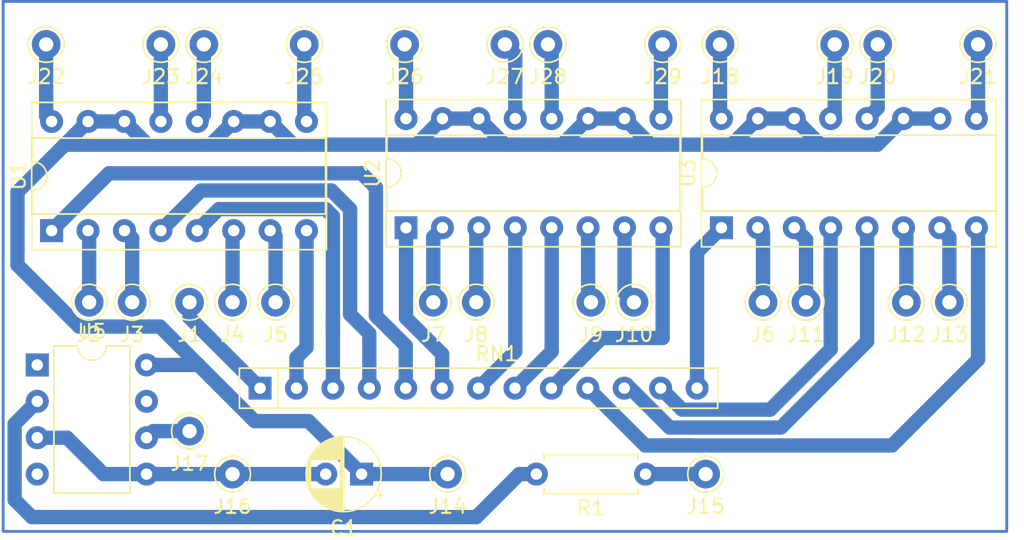
<source format=kicad_pcb>
(kicad_pcb (version 20240108) (generator "pcbnew") (generator_version "8.0")
  (layers (0 "F.Cu" signal) (31 "B.Cu" signal) (34 "B.Paste" user) (35 "F.Paste" user) (36 "B.SilkS" user "B.Silkscreen") (37 "F.SilkS" user "F.Silkscreen") (38 "B.Mask" user) (39 "F.Mask" user) (44 "Edge.Cuts" user))
  (net 0 "")
  (net 1 "Net-(J14-Pin_1)")
  (net 2 "Net-(J16-Pin_1)")
  (net 3 "Net-(J1-Pin_1)")
  (net 4 "Net-(J2-Pin_1)")
  (net 5 "Net-(J3-Pin_1)")
  (net 6 "Net-(J4-Pin_1)")
  (net 7 "Net-(J5-Pin_1)")
  (net 8 "Net-(J6-Pin_1)")
  (net 9 "Net-(J7-Pin_1)")
  (net 10 "Net-(J8-Pin_1)")
  (net 11 "Net-(J9-Pin_1)")
  (net 12 "Net-(J10-Pin_1)")
  (net 13 "Net-(J11-Pin_1)")
  (net 14 "Net-(J12-Pin_1)")
  (net 15 "Net-(J13-Pin_1)")
  (net 16 "Net-(J15-Pin_1)")
  (net 17 "Net-(J17-Pin_1)")
  (net 18 "Net-(J18-Pin_1)")
  (net 19 "Net-(J19-Pin_1)")
  (net 20 "Net-(J20-Pin_1)")
  (net 21 "Net-(J21-Pin_1)")
  (net 22 "Net-(J22-Pin_1)")
  (net 23 "Net-(J23-Pin_1)")
  (net 24 "Net-(J24-Pin_1)")
  (net 25 "Net-(J25-Pin_1)")
  (net 26 "Net-(J26-Pin_1)")
  (net 27 "Net-(J27-Pin_1)")
  (net 28 "Net-(J28-Pin_1)")
  (net 29 "Net-(J29-Pin_1)")
  (net 30 "Net-(U5-A)")
  (net 31 "Net-(RN1-R7)")
  (net 32 "Net-(RN1-R4)")
  (net 33 "Net-(RN1-R3)")
  (net 34 "Net-(RN1-R12)")
  (net 35 "Net-(RN1-R6)")
  (net 36 "Net-(RN1-R10)")
  (net 37 "Net-(RN1-R5)")
  (net 38 "Net-(RN1-R9)")
  (net 39 "Net-(RN1-R8)")
  (net 40 "Net-(RN1-R11)")
  (net 41 "Net-(RN1-R2)")
  (net 42 "Net-(RN1-R1)")
  (footprint "Connector_Pin:Pin_D1.0mm_L10.0mm" (layer "F.Cu") (at 167 65)
    (property "Reference" "J21" (at 0 2.25 0) (layer "F.SilkS"))
    (property "Value" "GPIO 14")
    (fp_circle (center 0 0) (end 1.25 0.05) (stroke (width 0.12)) (fill none) (layer "F.SilkS"))
    (pad "1" thru_hole circle (at 0 0) (size 2 2) (drill 1) (layers "*.Cu" "*.Mask") (net 21 "Net-(J21-Pin_1)"))
  )
  (footprint "Package_DIP:DIP-16_W7.62mm_Socket" (layer "F.Cu") (at 149.1 77.8 90)
    (property "Reference" "U3" (at 3.81 -2.33 90) (layer "F.SilkS"))
    (property "Value" "ILQ74")
    (fp_line (start 8.95 -1.39) (end -1.33 -1.39) (stroke (width 0.12)) (layer "F.SilkS"))
    (fp_line (start -1.33 -1.39) (end -1.33 19.17) (stroke (width 0.12)) (layer "F.SilkS"))
    (fp_line (start 6.46 -1.33) (end 4.81 -1.33) (stroke (width 0.12)) (layer "F.SilkS"))
    (fp_line (start 2.81 -1.33) (end 1.16 -1.33) (stroke (width 0.12)) (layer "F.SilkS"))
    (fp_line (start 1.16 -1.33) (end 1.16 19.11) (stroke (width 0.12)) (layer "F.SilkS"))
    (fp_line (start 6.46 19.11) (end 6.46 -1.33) (stroke (width 0.12)) (layer "F.SilkS"))
    (fp_line (start 1.16 19.11) (end 6.46 19.11) (stroke (width 0.12)) (layer "F.SilkS"))
    (fp_line (start 8.95 19.17) (end 8.95 -1.39) (stroke (width 0.12)) (layer "F.SilkS"))
    (fp_line (start -1.33 19.17) (end 8.95 19.17) (stroke (width 0.12)) (layer "F.SilkS"))
    (fp_arc (start 4.81 -1.33) (mid 3.81 -0.33) (end 2.81 -1.33) (stroke (width 0.12)) (layer "F.SilkS"))
    (pad "1" thru_hole rect (at 0 0 90) (size 1.6 1.6) (drill 0.8) (layers "*.Cu" "*.Mask") (net 34 "Net-(RN1-R12)"))
    (pad "2" thru_hole oval (at 0 2.54 90) (size 1.6 1.6) (drill 0.8) (layers "*.Cu" "*.Mask") (net 8 "Net-(J6-Pin_1)"))
    (pad "3" thru_hole oval (at 0 5.08 90) (size 1.6 1.6) (drill 0.8) (layers "*.Cu" "*.Mask") (net 13 "Net-(J11-Pin_1)"))
    (pad "4" thru_hole oval (at 0 7.62 90) (size 1.6 1.6) (drill 0.8) (layers "*.Cu" "*.Mask") (net 40 "Net-(RN1-R11)"))
    (pad "5" thru_hole oval (at 0 10.16 90) (size 1.6 1.6) (drill 0.8) (layers "*.Cu" "*.Mask") (net 36 "Net-(RN1-R10)"))
    (pad "6" thru_hole oval (at 0 12.7 90) (size 1.6 1.6) (drill 0.8) (layers "*.Cu" "*.Mask") (net 14 "Net-(J12-Pin_1)"))
    (pad "7" thru_hole oval (at 0 15.24 90) (size 1.6 1.6) (drill 0.8) (layers "*.Cu" "*.Mask") (net 15 "Net-(J13-Pin_1)"))
    (pad "8" thru_hole oval (at 0 17.78 90) (size 1.6 1.6) (drill 0.8) (layers "*.Cu" "*.Mask") (net 38 "Net-(RN1-R9)"))
    (pad "9" thru_hole oval (at 7.62 17.78 90) (size 1.6 1.6) (drill 0.8) (layers "*.Cu" "*.Mask") (net 21 "Net-(J21-Pin_1)"))
    (pad "10" thru_hole oval (at 7.62 15.24 90) (size 1.6 1.6) (drill 0.8) (layers "*.Cu" "*.Mask") (net 1 "Net-(J14-Pin_1)"))
    (pad "11" thru_hole oval (at 7.62 12.7 90) (size 1.6 1.6) (drill 0.8) (layers "*.Cu" "*.Mask") (net 1 "Net-(J14-Pin_1)"))
    (pad "12" thru_hole oval (at 7.62 10.16 90) (size 1.6 1.6) (drill 0.8) (layers "*.Cu" "*.Mask") (net 20 "Net-(J20-Pin_1)"))
    (pad "13" thru_hole oval (at 7.62 7.62 90) (size 1.6 1.6) (drill 0.8) (layers "*.Cu" "*.Mask") (net 19 "Net-(J19-Pin_1)"))
    (pad "14" thru_hole oval (at 7.62 5.08 90) (size 1.6 1.6) (drill 0.8) (layers "*.Cu" "*.Mask") (net 1 "Net-(J14-Pin_1)"))
    (pad "15" thru_hole oval (at 7.62 2.54 90) (size 1.6 1.6) (drill 0.8) (layers "*.Cu" "*.Mask") (net 1 "Net-(J14-Pin_1)"))
    (pad "16" thru_hole oval (at 7.62 0 90) (size 1.6 1.6) (drill 0.8) (layers "*.Cu" "*.Mask") (net 18 "Net-(J18-Pin_1)"))
  )
  (footprint "Connector_Pin:Pin_D1.0mm_L10.0mm" (layer "F.Cu") (at 127 65)
    (property "Reference" "J26" (at 0 2.25 0) (layer "F.SilkS"))
    (property "Value" "GPIO 26")
    (fp_circle (center 0 0) (end 1.25 0.05) (stroke (width 0.12)) (fill none) (layer "F.SilkS"))
    (pad "1" thru_hole circle (at 0 0) (size 2 2) (drill 1) (layers "*.Cu" "*.Mask") (net 26 "Net-(J26-Pin_1)"))
  )
  (footprint "Connector_Pin:Pin_D1.0mm_L10.0mm" (layer "F.Cu") (at 145 65)
    (property "Reference" "J29" (at 0 2.25 0) (layer "F.SilkS"))
    (property "Value" "GPIO 0")
    (fp_circle (center 0 0) (end 1.25 0.05) (stroke (width 0.12)) (fill none) (layer "F.SilkS"))
    (pad "1" thru_hole circle (at 0 0) (size 2 2) (drill 1) (layers "*.Cu" "*.Mask") (net 29 "Net-(J29-Pin_1)"))
  )
  (footprint "Connector_Pin:Pin_D1.0mm_L10.0mm" (layer "F.Cu") (at 112 92)
    (property "Reference" "J17" (at 0 2.25 0) (layer "F.SilkS"))
    (property "Value" "GPIO 19")
    (fp_circle (center 0 0) (end 1.25 0.05) (stroke (width 0.12)) (fill none) (layer "F.SilkS"))
    (pad "1" thru_hole circle (at 0 0) (size 2 2) (drill 1) (layers "*.Cu" "*.Mask") (net 17 "Net-(J17-Pin_1)"))
  )
  (footprint "Connector_Pin:Pin_D1.0mm_L10.0mm" (layer "F.Cu") (at 130 95)
    (property "Reference" "J14" (at 0 2.25 0) (layer "F.SilkS"))
    (property "Value" "+ 3,3 V")
    (fp_circle (center 0 0) (end 1.25 0.05) (stroke (width 0.12)) (fill none) (layer "F.SilkS"))
    (pad "1" thru_hole circle (at 0 0) (size 2 2) (drill 1) (layers "*.Cu" "*.Mask") (net 1 "Net-(J14-Pin_1)"))
  )
  (footprint "Connector_Pin:Pin_D1.0mm_L10.0mm" (layer "F.Cu") (at 162 83)
    (property "Reference" "J12" (at 0 2.25 0) (layer "F.SilkS"))
    (property "Value" "Memory")
    (fp_circle (center 0 0) (end 1.25 0.05) (stroke (width 0.12)) (fill none) (layer "F.SilkS"))
    (pad "1" thru_hole circle (at 0 0) (size 2 2) (drill 1) (layers "*.Cu" "*.Mask") (net 14 "Net-(J12-Pin_1)"))
  )
  (footprint "Connector_Pin:Pin_D1.0mm_L10.0mm" (layer "F.Cu") (at 110 65)
    (property "Reference" "J23" (at 0 2.25 0) (layer "F.SilkS"))
    (property "Value" "GPIO 35")
    (fp_circle (center 0 0) (end 1.25 0.05) (stroke (width 0.12)) (fill none) (layer "F.SilkS"))
    (pad "1" thru_hole circle (at 0 0) (size 2 2) (drill 1) (layers "*.Cu" "*.Mask") (net 23 "Net-(J23-Pin_1)"))
  )
  (footprint "Connector_Pin:Pin_D1.0mm_L10.0mm" (layer "F.Cu") (at 149 65)
    (property "Reference" "J18" (at 0 2.25 0) (layer "F.SilkS"))
    (property "Value" "GPIO 4")
    (fp_circle (center 0 0) (end 1.25 0.05) (stroke (width 0.12)) (fill none) (layer "F.SilkS"))
    (pad "1" thru_hole circle (at 0 0) (size 2 2) (drill 1) (layers "*.Cu" "*.Mask") (net 18 "Net-(J18-Pin_1)"))
  )
  (footprint "Connector_Pin:Pin_D1.0mm_L10.0mm" (layer "F.Cu") (at 108 83)
    (property "Reference" "J3" (at 0 2.25 0) (layer "F.SilkS"))
    (property "Value" "MotorCap")
    (fp_circle (center 0 0) (end 1.25 0.05) (stroke (width 0.12)) (fill none) (layer "F.SilkS"))
    (pad "1" thru_hole circle (at 0 0) (size 2 2) (drill 1) (layers "*.Cu" "*.Mask") (net 5 "Net-(J3-Pin_1)"))
  )
  (footprint "Connector_Pin:Pin_D1.0mm_L10.0mm" (layer "F.Cu") (at 160 65)
    (property "Reference" "J20" (at 0 2.25 0) (layer "F.SilkS"))
    (property "Value" "GPIO 16")
    (fp_circle (center 0 0) (end 1.25 0.05) (stroke (width 0.12)) (fill none) (layer "F.SilkS"))
    (pad "1" thru_hole circle (at 0 0) (size 2 2) (drill 1) (layers "*.Cu" "*.Mask") (net 20 "Net-(J20-Pin_1)"))
  )
  (footprint "Connector_Pin:Pin_D1.0mm_L10.0mm" (layer "F.Cu") (at 143 83)
    (property "Reference" "J10" (at 0 2.25 0) (layer "F.SilkS"))
    (property "Value" "CoolantLevel")
    (fp_circle (center 0 0) (end 1.25 0.05) (stroke (width 0.12)) (fill none) (layer "F.SilkS"))
    (pad "1" thru_hole circle (at 0 0) (size 2 2) (drill 1) (layers "*.Cu" "*.Mask") (net 12 "Net-(J10-Pin_1)"))
  )
  (footprint "Connector_Pin:Pin_D1.0mm_L10.0mm" (layer "F.Cu") (at 134 65)
    (property "Reference" "J27" (at 0 2.25 0) (layer "F.SilkS"))
    (property "Value" "GPIO 27")
    (fp_circle (center 0 0) (end 1.25 0.05) (stroke (width 0.12)) (fill none) (layer "F.SilkS"))
    (pad "1" thru_hole circle (at 0 0) (size 2 2) (drill 1) (layers "*.Cu" "*.Mask") (net 27 "Net-(J27-Pin_1)"))
  )
  (footprint "Connector_Pin:Pin_D1.0mm_L10.0mm" (layer "F.Cu") (at 112 83)
    (property "Reference" "J1" (at 0 2.25 0) (layer "F.SilkS"))
    (property "Value" "+12 V K15")
    (fp_circle (center 0 0) (end 1.25 0.05) (stroke (width 0.12)) (fill none) (layer "F.SilkS"))
    (pad "1" thru_hole circle (at 0 0) (size 2 2) (drill 1) (layers "*.Cu" "*.Mask") (net 3 "Net-(J1-Pin_1)"))
  )
  (footprint "Connector_Pin:Pin_D1.0mm_L10.0mm" (layer "F.Cu") (at 115 83)
    (property "Reference" "J4" (at 0 2.25 0) (layer "F.SilkS"))
    (property "Value" "WhiperWater")
    (fp_circle (center 0 0) (end 1.25 0.05) (stroke (width 0.12)) (fill none) (layer "F.SilkS"))
    (pad "1" thru_hole circle (at 0 0) (size 2 2) (drill 1) (layers "*.Cu" "*.Mask") (net 6 "Net-(J4-Pin_1)"))
  )
  (footprint "Connector_Pin:Pin_D1.0mm_L10.0mm" (layer "F.Cu") (at 137 65)
    (property "Reference" "J28" (at 0 2.25 0) (layer "F.SilkS"))
    (property "Value" "GPIO 17")
    (fp_circle (center 0 0) (end 1.25 0.05) (stroke (width 0.12)) (fill none) (layer "F.SilkS"))
    (pad "1" thru_hole circle (at 0 0) (size 2 2) (drill 1) (layers "*.Cu" "*.Mask") (net 28 "Net-(J28-Pin_1)"))
  )
  (footprint "Resistor_THT:R_Array_SIP13" (layer "F.Cu") (at 116.92 89)
    (property "Reference" "RN1" (at 16.51 -2.4 0) (layer "F.SilkS"))
    (property "Value" "4,7k")
    (fp_line (start -1.44 -1.4) (end -1.44 1.4) (stroke (width 0.12)) (layer "F.SilkS"))
    (fp_line (start -1.44 1.4) (end 31.92 1.4) (stroke (width 0.12)) (layer "F.SilkS"))
    (fp_line (start 1.27 -1.4) (end 1.27 1.4) (stroke (width 0.12)) (layer "F.SilkS"))
    (fp_line (start 31.92 -1.4) (end -1.44 -1.4) (stroke (width 0.12)) (layer "F.SilkS"))
    (fp_line (start 31.92 1.4) (end 31.92 -1.4) (stroke (width 0.12)) (layer "F.SilkS"))
    (pad "1" thru_hole rect (at 0 0) (size 1.6 1.6) (drill 0.8) (layers "*.Cu" "*.Mask") (net 3 "Net-(J1-Pin_1)"))
    (pad "2" thru_hole oval (at 2.54 0) (size 1.6 1.6) (drill 0.8) (layers "*.Cu" "*.Mask") (net 42 "Net-(RN1-R1)"))
    (pad "3" thru_hole oval (at 5.08 0) (size 1.6 1.6) (drill 0.8) (layers "*.Cu" "*.Mask") (net 41 "Net-(RN1-R2)"))
    (pad "4" thru_hole oval (at 7.62 0) (size 1.6 1.6) (drill 0.8) (layers "*.Cu" "*.Mask") (net 33 "Net-(RN1-R3)"))
    (pad "5" thru_hole oval (at 10.16 0) (size 1.6 1.6) (drill 0.8) (layers "*.Cu" "*.Mask") (net 32 "Net-(RN1-R4)"))
    (pad "6" thru_hole oval (at 12.7 0) (size 1.6 1.6) (drill 0.8) (layers "*.Cu" "*.Mask") (net 37 "Net-(RN1-R5)"))
    (pad "7" thru_hole oval (at 15.24 0) (size 1.6 1.6) (drill 0.8) (layers "*.Cu" "*.Mask") (net 35 "Net-(RN1-R6)"))
    (pad "8" thru_hole oval (at 17.78 0) (size 1.6 1.6) (drill 0.8) (layers "*.Cu" "*.Mask") (net 31 "Net-(RN1-R7)"))
    (pad "9" thru_hole oval (at 20.32 0) (size 1.6 1.6) (drill 0.8) (layers "*.Cu" "*.Mask") (net 39 "Net-(RN1-R8)"))
    (pad "10" thru_hole oval (at 22.86 0) (size 1.6 1.6) (drill 0.8) (layers "*.Cu" "*.Mask") (net 38 "Net-(RN1-R9)"))
    (pad "11" thru_hole oval (at 25.4 0) (size 1.6 1.6) (drill 0.8) (layers "*.Cu" "*.Mask") (net 36 "Net-(RN1-R10)"))
    (pad "12" thru_hole oval (at 27.94 0) (size 1.6 1.6) (drill 0.8) (layers "*.Cu" "*.Mask") (net 40 "Net-(RN1-R11)"))
    (pad "13" thru_hole oval (at 30.48 0) (size 1.6 1.6) (drill 0.8) (layers "*.Cu" "*.Mask") (net 34 "Net-(RN1-R12)"))
  )
  (footprint "Capacitor_THT:CP_Radial_D5.0mm_P2.50mm" (layer "F.Cu") (at 124 95 180)
    (property "Reference" "C1" (at 1.25 -3.75 360) (layer "F.SilkS"))
    (property "Value" "100nF")
    (fp_line (start 3.851 -0.284) (end 3.851 0.284) (stroke (width 0.12)) (layer "F.SilkS"))
    (fp_line (start 3.811 -0.518) (end 3.811 0.518) (stroke (width 0.12)) (layer "F.SilkS"))
    (fp_line (start 3.771 -0.677) (end 3.771 0.677) (stroke (width 0.12)) (layer "F.SilkS"))
    (fp_line (start 3.731 -0.805) (end 3.731 0.805) (stroke (width 0.12)) (layer "F.SilkS"))
    (fp_line (start 3.691 -0.915) (end 3.691 0.915) (stroke (width 0.12)) (layer "F.SilkS"))
    (fp_line (start 3.651 -1.011) (end 3.651 1.011) (stroke (width 0.12)) (layer "F.SilkS"))
    (fp_line (start 3.611 -1.098) (end 3.611 1.098) (stroke (width 0.12)) (layer "F.SilkS"))
    (fp_line (start 3.571 -1.178) (end 3.571 1.178) (stroke (width 0.12)) (layer "F.SilkS"))
    (fp_line (start 3.531 1.04) (end 3.531 1.251) (stroke (width 0.12)) (layer "F.SilkS"))
    (fp_line (start 3.531 -1.251) (end 3.531 -1.04) (stroke (width 0.12)) (layer "F.SilkS"))
    (fp_line (start 3.491 1.04) (end 3.491 1.319) (stroke (width 0.12)) (layer "F.SilkS"))
    (fp_line (start 3.491 -1.319) (end 3.491 -1.04) (stroke (width 0.12)) (layer "F.SilkS"))
    (fp_line (start 3.451 1.04) (end 3.451 1.383) (stroke (width 0.12)) (layer "F.SilkS"))
    (fp_line (start 3.451 -1.383) (end 3.451 -1.04) (stroke (width 0.12)) (layer "F.SilkS"))
    (fp_line (start 3.411 1.04) (end 3.411 1.443) (stroke (width 0.12)) (layer "F.SilkS"))
    (fp_line (start 3.411 -1.443) (end 3.411 -1.04) (stroke (width 0.12)) (layer "F.SilkS"))
    (fp_line (start 3.371 1.04) (end 3.371 1.5) (stroke (width 0.12)) (layer "F.SilkS"))
    (fp_line (start 3.371 -1.5) (end 3.371 -1.04) (stroke (width 0.12)) (layer "F.SilkS"))
    (fp_line (start 3.331 1.04) (end 3.331 1.554) (stroke (width 0.12)) (layer "F.SilkS"))
    (fp_line (start 3.331 -1.554) (end 3.331 -1.04) (stroke (width 0.12)) (layer "F.SilkS"))
    (fp_line (start 3.291 1.04) (end 3.291 1.605) (stroke (width 0.12)) (layer "F.SilkS"))
    (fp_line (start 3.291 -1.605) (end 3.291 -1.04) (stroke (width 0.12)) (layer "F.SilkS"))
    (fp_line (start 3.251 1.04) (end 3.251 1.653) (stroke (width 0.12)) (layer "F.SilkS"))
    (fp_line (start 3.251 -1.653) (end 3.251 -1.04) (stroke (width 0.12)) (layer "F.SilkS"))
    (fp_line (start 3.211 1.04) (end 3.211 1.699) (stroke (width 0.12)) (layer "F.SilkS"))
    (fp_line (start 3.211 -1.699) (end 3.211 -1.04) (stroke (width 0.12)) (layer "F.SilkS"))
    (fp_line (start 3.171 1.04) (end 3.171 1.743) (stroke (width 0.12)) (layer "F.SilkS"))
    (fp_line (start 3.171 -1.743) (end 3.171 -1.04) (stroke (width 0.12)) (layer "F.SilkS"))
    (fp_line (start 3.131 1.04) (end 3.131 1.785) (stroke (width 0.12)) (layer "F.SilkS"))
    (fp_line (start 3.131 -1.785) (end 3.131 -1.04) (stroke (width 0.12)) (layer "F.SilkS"))
    (fp_line (start 3.091 1.04) (end 3.091 1.826) (stroke (width 0.12)) (layer "F.SilkS"))
    (fp_line (start 3.091 -1.826) (end 3.091 -1.04) (stroke (width 0.12)) (layer "F.SilkS"))
    (fp_line (start 3.051 1.04) (end 3.051 1.864) (stroke (width 0.12)) (layer "F.SilkS"))
    (fp_line (start 3.051 -1.864) (end 3.051 -1.04) (stroke (width 0.12)) (layer "F.SilkS"))
    (fp_line (start 3.011 1.04) (end 3.011 1.901) (stroke (width 0.12)) (layer "F.SilkS"))
    (fp_line (start 3.011 -1.901) (end 3.011 -1.04) (stroke (width 0.12)) (layer "F.SilkS"))
    (fp_line (start 2.971 1.04) (end 2.971 1.937) (stroke (width 0.12)) (layer "F.SilkS"))
    (fp_line (start 2.971 -1.937) (end 2.971 -1.04) (stroke (width 0.12)) (layer "F.SilkS"))
    (fp_line (start 2.931 1.04) (end 2.931 1.971) (stroke (width 0.12)) (layer "F.SilkS"))
    (fp_line (start 2.931 -1.971) (end 2.931 -1.04) (stroke (width 0.12)) (layer "F.SilkS"))
    (fp_line (start 2.891 1.04) (end 2.891 2.004) (stroke (width 0.12)) (layer "F.SilkS"))
    (fp_line (start 2.891 -2.004) (end 2.891 -1.04) (stroke (width 0.12)) (layer "F.SilkS"))
    (fp_line (start 2.851 1.04) (end 2.851 2.035) (stroke (width 0.12)) (layer "F.SilkS"))
    (fp_line (start 2.851 -2.035) (end 2.851 -1.04) (stroke (width 0.12)) (layer "F.SilkS"))
    (fp_line (start 2.811 1.04) (end 2.811 2.065) (stroke (width 0.12)) (layer "F.SilkS"))
    (fp_line (start 2.811 -2.065) (end 2.811 -1.04) (stroke (width 0.12)) (layer "F.SilkS"))
    (fp_line (start 2.771 1.04) (end 2.771 2.095) (stroke (width 0.12)) (layer "F.SilkS"))
    (fp_line (start 2.771 -2.095) (end 2.771 -1.04) (stroke (width 0.12)) (layer "F.SilkS"))
    (fp_line (start 2.731 1.04) (end 2.731 2.122) (stroke (width 0.12)) (layer "F.SilkS"))
    (fp_line (start 2.731 -2.122) (end 2.731 -1.04) (stroke (width 0.12)) (layer "F.SilkS"))
    (fp_line (start 2.691 1.04) (end 2.691 2.149) (stroke (width 0.12)) (layer "F.SilkS"))
    (fp_line (start 2.691 -2.149) (end 2.691 -1.04) (stroke (width 0.12)) (layer "F.SilkS"))
    (fp_line (start 2.651 1.04) (end 2.651 2.175) (stroke (width 0.12)) (layer "F.SilkS"))
    (fp_line (start 2.651 -2.175) (end 2.651 -1.04) (stroke (width 0.12)) (layer "F.SilkS"))
    (fp_line (start 2.611 1.04) (end 2.611 2.2) (stroke (width 0.12)) (layer "F.SilkS"))
    (fp_line (start 2.611 -2.2) (end 2.611 -1.04) (stroke (width 0.12)) (layer "F.SilkS"))
    (fp_line (start 2.571 1.04) (end 2.571 2.224) (stroke (width 0.12)) (layer "F.SilkS"))
    (fp_line (start 2.571 -2.224) (end 2.571 -1.04) (stroke (width 0.12)) (layer "F.SilkS"))
    (fp_line (start 2.531 1.04) (end 2.531 2.247) (stroke (width 0.12)) (layer "F.SilkS"))
    (fp_line (start 2.531 -2.247) (end 2.531 -1.04) (stroke (width 0.12)) (layer "F.SilkS"))
    (fp_line (start 2.491 1.04) (end 2.491 2.268) (stroke (width 0.12)) (layer "F.SilkS"))
    (fp_line (start 2.491 -2.268) (end 2.491 -1.04) (stroke (width 0.12)) (layer "F.SilkS"))
    (fp_line (start 2.451 1.04) (end 2.451 2.29) (stroke (width 0.12)) (layer "F.SilkS"))
    (fp_line (start 2.451 -2.29) (end 2.451 -1.04) (stroke (width 0.12)) (layer "F.SilkS"))
    (fp_line (start 2.411 1.04) (end 2.411 2.31) (stroke (width 0.12)) (layer "F.SilkS"))
    (fp_line (start 2.411 -2.31) (end 2.411 -1.04) (stroke (width 0.12)) (layer "F.SilkS"))
    (fp_line (start 2.371 1.04) (end 2.371 2.329) (stroke (width 0.12)) (layer "F.SilkS"))
    (fp_line (start 2.371 -2.329) (end 2.371 -1.04) (stroke (width 0.12)) (layer "F.SilkS"))
    (fp_line (start 2.331 1.04) (end 2.331 2.348) (stroke (width 0.12)) (layer "F.SilkS"))
    (fp_line (start 2.331 -2.348) (end 2.331 -1.04) (stroke (width 0.12)) (layer "F.SilkS"))
    (fp_line (start 2.291 1.04) (end 2.291 2.365) (stroke (width 0.12)) (layer "F.SilkS"))
    (fp_line (start 2.291 -2.365) (end 2.291 -1.04) (stroke (width 0.12)) (layer "F.SilkS"))
    (fp_line (start 2.251 1.04) (end 2.251 2.382) (stroke (width 0.12)) (layer "F.SilkS"))
    (fp_line (start 2.251 -2.382) (end 2.251 -1.04) (stroke (width 0.12)) (layer "F.SilkS"))
    (fp_line (start 2.211 1.04) (end 2.211 2.398) (stroke (width 0.12)) (layer "F.SilkS"))
    (fp_line (start 2.211 -2.398) (end 2.211 -1.04) (stroke (width 0.12)) (layer "F.SilkS"))
    (fp_line (start 2.171 1.04) (end 2.171 2.414) (stroke (width 0.12)) (layer "F.SilkS"))
    (fp_line (start 2.171 -2.414) (end 2.171 -1.04) (stroke (width 0.12)) (layer "F.SilkS"))
    (fp_line (start 2.131 1.04) (end 2.131 2.428) (stroke (width 0.12)) (layer "F.SilkS"))
    (fp_line (start 2.131 -2.428) (end 2.131 -1.04) (stroke (width 0.12)) (layer "F.SilkS"))
    (fp_line (start 2.091 1.04) (end 2.091 2.442) (stroke (width 0.12)) (layer "F.SilkS"))
    (fp_line (start 2.091 -2.442) (end 2.091 -1.04) (stroke (width 0.12)) (layer "F.SilkS"))
    (fp_line (start 2.051 1.04) (end 2.051 2.455) (stroke (width 0.12)) (layer "F.SilkS"))
    (fp_line (start 2.051 -2.455) (end 2.051 -1.04) (stroke (width 0.12)) (layer "F.SilkS"))
    (fp_line (start 2.011 1.04) (end 2.011 2.468) (stroke (width 0.12)) (layer "F.SilkS"))
    (fp_line (start 2.011 -2.468) (end 2.011 -1.04) (stroke (width 0.12)) (layer "F.SilkS"))
    (fp_line (start 1.971 1.04) (end 1.971 2.48) (stroke (width 0.12)) (layer "F.SilkS"))
    (fp_line (start 1.971 -2.48) (end 1.971 -1.04) (stroke (width 0.12)) (layer "F.SilkS"))
    (fp_line (start 1.93 1.04) (end 1.93 2.491) (stroke (width 0.12)) (layer "F.SilkS"))
    (fp_line (start 1.93 -2.491) (end 1.93 -1.04) (stroke (width 0.12)) (layer "F.SilkS"))
    (fp_line (start 1.89 1.04) (end 1.89 2.501) (stroke (width 0.12)) (layer "F.SilkS"))
    (fp_line (start 1.89 -2.501) (end 1.89 -1.04) (stroke (width 0.12)) (layer "F.SilkS"))
    (fp_line (start 1.85 1.04) (end 1.85 2.511) (stroke (width 0.12)) (layer "F.SilkS"))
    (fp_line (start 1.85 -2.511) (end 1.85 -1.04) (stroke (width 0.12)) (layer "F.SilkS"))
    (fp_line (start 1.81 1.04) (end 1.81 2.52) (stroke (width 0.12)) (layer "F.SilkS"))
    (fp_line (start 1.81 -2.52) (end 1.81 -1.04) (stroke (width 0.12)) (layer "F.SilkS"))
    (fp_line (start 1.77 1.04) (end 1.77 2.528) (stroke (width 0.12)) (layer "F.SilkS"))
    (fp_line (start 1.77 -2.528) (end 1.77 -1.04) (stroke (width 0.12)) (layer "F.SilkS"))
    (fp_line (start 1.73 1.04) (end 1.73 2.536) (stroke (width 0.12)) (layer "F.SilkS"))
    (fp_line (start 1.73 -2.536) (end 1.73 -1.04) (stroke (width 0.12)) (layer "F.SilkS"))
    (fp_line (start 1.69 1.04) (end 1.69 2.543) (stroke (width 0.12)) (layer "F.SilkS"))
    (fp_line (start 1.69 -2.543) (end 1.69 -1.04) (stroke (width 0.12)) (layer "F.SilkS"))
    (fp_line (start 1.65 1.04) (end 1.65 2.55) (stroke (width 0.12)) (layer "F.SilkS"))
    (fp_line (start 1.65 -2.55) (end 1.65 -1.04) (stroke (width 0.12)) (layer "F.SilkS"))
    (fp_line (start 1.61 1.04) (end 1.61 2.556) (stroke (width 0.12)) (layer "F.SilkS"))
    (fp_line (start 1.61 -2.556) (end 1.61 -1.04) (stroke (width 0.12)) (layer "F.SilkS"))
    (fp_line (start 1.57 1.04) (end 1.57 2.561) (stroke (width 0.12)) (layer "F.SilkS"))
    (fp_line (start 1.57 -2.561) (end 1.57 -1.04) (stroke (width 0.12)) (layer "F.SilkS"))
    (fp_line (start 1.53 1.04) (end 1.53 2.565) (stroke (width 0.12)) (layer "F.SilkS"))
    (fp_line (start 1.53 -2.565) (end 1.53 -1.04) (stroke (width 0.12)) (layer "F.SilkS"))
    (fp_line (start 1.49 1.04) (end 1.49 2.569) (stroke (width 0.12)) (layer "F.SilkS"))
    (fp_line (start 1.49 -2.569) (end 1.49 -1.04) (stroke (width 0.12)) (layer "F.SilkS"))
    (fp_line (start 1.45 -2.573) (end 1.45 2.573) (stroke (width 0.12)) (layer "F.SilkS"))
    (fp_line (start 1.41 -2.576) (end 1.41 2.576) (stroke (width 0.12)) (layer "F.SilkS"))
    (fp_line (start 1.37 -2.578) (end 1.37 2.578) (stroke (width 0.12)) (layer "F.SilkS"))
    (fp_line (start 1.33 -2.579) (end 1.33 2.579) (stroke (width 0.12)) (layer "F.SilkS"))
    (fp_line (start 1.29 -2.58) (end 1.29 2.58) (stroke (width 0.12)) (layer "F.SilkS"))
    (fp_line (start 1.25 -2.58) (end 1.25 2.58) (stroke (width 0.12)) (layer "F.SilkS"))
    (fp_line (start -1.304775 -1.725) (end -1.304775 -1.225) (stroke (width 0.12)) (layer "F.SilkS"))
    (fp_line (start -1.554775 -1.475) (end -1.054775 -1.475) (stroke (width 0.12)) (layer "F.SilkS"))
    (fp_circle (center 1.25 0) (end 3.87 0) (stroke (width 0.12)) (fill none) (layer "F.SilkS"))
    (pad "1" thru_hole rect (at 0 0 180) (size 1.6 1.6) (drill 0.8) (layers "*.Cu" "*.Mask") (net 1 "Net-(J14-Pin_1)"))
    (pad "2" thru_hole circle (at 2.5 0 180) (size 1.6 1.6) (drill 0.8) (layers "*.Cu" "*.Mask") (net 2 "Net-(J16-Pin_1)"))
  )
  (footprint "Connector_Pin:Pin_D1.0mm_L10.0mm" (layer "F.Cu") (at 120 65)
    (property "Reference" "J25" (at 0 2.25 0) (layer "F.SilkS"))
    (property "Value" "GPIO 33")
    (fp_circle (center 0 0) (end 1.25 0.05) (stroke (width 0.12)) (fill none) (layer "F.SilkS"))
    (pad "1" thru_hole circle (at 0 0) (size 2 2) (drill 1) (layers "*.Cu" "*.Mask") (net 25 "Net-(J25-Pin_1)"))
  )
  (footprint "Connector_Pin:Pin_D1.0mm_L10.0mm" (layer "F.Cu") (at 129 83)
    (property "Reference" "J7" (at 0 2.25 0) (layer "F.SilkS"))
    (property "Value" "DoorRight")
    (fp_circle (center 0 0) (end 1.25 0.05) (stroke (width 0.12)) (fill none) (layer "F.SilkS"))
    (pad "1" thru_hole circle (at 0 0) (size 2 2) (drill 1) (layers "*.Cu" "*.Mask") (net 9 "Net-(J7-Pin_1)"))
  )
  (footprint "Connector_Pin:Pin_D1.0mm_L10.0mm" (layer "F.Cu") (at 115 95)
    (property "Reference" "J16" (at 0 2.25 0) (layer "F.SilkS"))
    (property "Value" "GND")
    (fp_circle (center 0 0) (end 1.25 0.05) (stroke (width 0.12)) (fill none) (layer "F.SilkS"))
    (pad "1" thru_hole circle (at 0 0) (size 2 2) (drill 1) (layers "*.Cu" "*.Mask") (net 2 "Net-(J16-Pin_1)"))
  )
  (footprint "Connector_Pin:Pin_D1.0mm_L10.0mm" (layer "F.Cu") (at 148 95)
    (property "Reference" "J15" (at 0 2.25 0) (layer "F.SilkS"))
    (property "Value" "OilLevelSensor")
    (fp_circle (center 0 0) (end 1.25 0.05) (stroke (width 0.12)) (fill none) (layer "F.SilkS"))
    (pad "1" thru_hole circle (at 0 0) (size 2 2) (drill 1) (layers "*.Cu" "*.Mask") (net 16 "Net-(J15-Pin_1)"))
  )
  (footprint "Connector_Pin:Pin_D1.0mm_L10.0mm" (layer "F.Cu") (at 102 65)
    (property "Reference" "J22" (at 0 2.25 0) (layer "F.SilkS"))
    (property "Value" "GPIO 34")
    (fp_circle (center 0 0) (end 1.25 0.05) (stroke (width 0.12)) (fill none) (layer "F.SilkS"))
    (pad "1" thru_hole circle (at 0 0) (size 2 2) (drill 1) (layers "*.Cu" "*.Mask") (net 22 "Net-(J22-Pin_1)"))
  )
  (footprint "Package_DIP:DIP-16_W7.62mm_Socket" (layer "F.Cu") (at 102.38 78 90)
    (property "Reference" "U1" (at 3.81 -2.33 90) (layer "F.SilkS"))
    (property "Value" "ILQ74")
    (fp_line (start 8.95 -1.39) (end -1.33 -1.39) (stroke (width 0.12)) (layer "F.SilkS"))
    (fp_line (start -1.33 -1.39) (end -1.33 19.17) (stroke (width 0.12)) (layer "F.SilkS"))
    (fp_line (start 6.46 -1.33) (end 4.81 -1.33) (stroke (width 0.12)) (layer "F.SilkS"))
    (fp_line (start 2.81 -1.33) (end 1.16 -1.33) (stroke (width 0.12)) (layer "F.SilkS"))
    (fp_line (start 1.16 -1.33) (end 1.16 19.11) (stroke (width 0.12)) (layer "F.SilkS"))
    (fp_line (start 6.46 19.11) (end 6.46 -1.33) (stroke (width 0.12)) (layer "F.SilkS"))
    (fp_line (start 1.16 19.11) (end 6.46 19.11) (stroke (width 0.12)) (layer "F.SilkS"))
    (fp_line (start 8.95 19.17) (end 8.95 -1.39) (stroke (width 0.12)) (layer "F.SilkS"))
    (fp_line (start -1.33 19.17) (end 8.95 19.17) (stroke (width 0.12)) (layer "F.SilkS"))
    (fp_arc (start 4.81 -1.33) (mid 3.81 -0.33) (end 2.81 -1.33) (stroke (width 0.12)) (layer "F.SilkS"))
    (pad "1" thru_hole rect (at 0 0 90) (size 1.6 1.6) (drill 0.8) (layers "*.Cu" "*.Mask") (net 32 "Net-(RN1-R4)"))
    (pad "2" thru_hole oval (at 0 2.54 90) (size 1.6 1.6) (drill 0.8) (layers "*.Cu" "*.Mask") (net 4 "Net-(J2-Pin_1)"))
    (pad "3" thru_hole oval (at 0 5.08 90) (size 1.6 1.6) (drill 0.8) (layers "*.Cu" "*.Mask") (net 5 "Net-(J3-Pin_1)"))
    (pad "4" thru_hole oval (at 0 7.62 90) (size 1.6 1.6) (drill 0.8) (layers "*.Cu" "*.Mask") (net 33 "Net-(RN1-R3)"))
    (pad "5" thru_hole oval (at 0 10.16 90) (size 1.6 1.6) (drill 0.8) (layers "*.Cu" "*.Mask") (net 41 "Net-(RN1-R2)"))
    (pad "6" thru_hole oval (at 0 12.7 90) (size 1.6 1.6) (drill 0.8) (layers "*.Cu" "*.Mask") (net 6 "Net-(J4-Pin_1)"))
    (pad "7" thru_hole oval (at 0 15.24 90) (size 1.6 1.6) (drill 0.8) (layers "*.Cu" "*.Mask") (net 7 "Net-(J5-Pin_1)"))
    (pad "8" thru_hole oval (at 0 17.78 90) (size 1.6 1.6) (drill 0.8) (layers "*.Cu" "*.Mask") (net 42 "Net-(RN1-R1)"))
    (pad "9" thru_hole oval (at 7.62 17.78 90) (size 1.6 1.6) (drill 0.8) (layers "*.Cu" "*.Mask") (net 25 "Net-(J25-Pin_1)"))
    (pad "10" thru_hole oval (at 7.62 15.24 90) (size 1.6 1.6) (drill 0.8) (layers "*.Cu" "*.Mask") (net 1 "Net-(J14-Pin_1)"))
    (pad "11" thru_hole oval (at 7.62 12.7 90) (size 1.6 1.6) (drill 0.8) (layers "*.Cu" "*.Mask") (net 1 "Net-(J14-Pin_1)"))
    (pad "12" thru_hole oval (at 7.62 10.16 90) (size 1.6 1.6) (drill 0.8) (layers "*.Cu" "*.Mask") (net 24 "Net-(J24-Pin_1)"))
    (pad "13" thru_hole oval (at 7.62 7.62 90) (size 1.6 1.6) (drill 0.8) (layers "*.Cu" "*.Mask") (net 23 "Net-(J23-Pin_1)"))
    (pad "14" thru_hole oval (at 7.62 5.08 90) (size 1.6 1.6) (drill 0.8) (layers "*.Cu" "*.Mask") (net 1 "Net-(J14-Pin_1)"))
    (pad "15" thru_hole oval (at 7.62 2.54 90) (size 1.6 1.6) (drill 0.8) (layers "*.Cu" "*.Mask") (net 1 "Net-(J14-Pin_1)"))
    (pad "16" thru_hole oval (at 7.62 0 90) (size 1.6 1.6) (drill 0.8) (layers "*.Cu" "*.Mask") (net 22 "Net-(J22-Pin_1)"))
  )
  (footprint "Connector_Pin:Pin_D1.0mm_L10.0mm" (layer "F.Cu") (at 155 83)
    (property "Reference" "J11" (at 0 2.25 0) (layer "F.SilkS"))
    (property "Value" "Mode")
    (fp_circle (center 0 0) (end 1.25 0.05) (stroke (width 0.12)) (fill none) (layer "F.SilkS"))
    (pad "1" thru_hole circle (at 0 0) (size 2 2) (drill 1) (layers "*.Cu" "*.Mask") (net 13 "Net-(J11-Pin_1)"))
  )
  (footprint "Package_DIP:DIP-16_W7.62mm_Socket" (layer "F.Cu") (at 127.1 77.8 90)
    (property "Reference" "U2" (at 3.81 -2.33 90) (layer "F.SilkS"))
    (property "Value" "ILQ74")
    (fp_line (start 8.95 -1.39) (end -1.33 -1.39) (stroke (width 0.12)) (layer "F.SilkS"))
    (fp_line (start -1.33 -1.39) (end -1.33 19.17) (stroke (width 0.12)) (layer "F.SilkS"))
    (fp_line (start 6.46 -1.33) (end 4.81 -1.33) (stroke (width 0.12)) (layer "F.SilkS"))
    (fp_line (start 2.81 -1.33) (end 1.16 -1.33) (stroke (width 0.12)) (layer "F.SilkS"))
    (fp_line (start 1.16 -1.33) (end 1.16 19.11) (stroke (width 0.12)) (layer "F.SilkS"))
    (fp_line (start 6.46 19.11) (end 6.46 -1.33) (stroke (width 0.12)) (layer "F.SilkS"))
    (fp_line (start 1.16 19.11) (end 6.46 19.11) (stroke (width 0.12)) (layer "F.SilkS"))
    (fp_line (start 8.95 19.17) (end 8.95 -1.39) (stroke (width 0.12)) (layer "F.SilkS"))
    (fp_line (start -1.33 19.17) (end 8.95 19.17) (stroke (width 0.12)) (layer "F.SilkS"))
    (fp_arc (start 4.81 -1.33) (mid 3.81 -0.33) (end 2.81 -1.33) (stroke (width 0.12)) (layer "F.SilkS"))
    (pad "1" thru_hole rect (at 0 0 90) (size 1.6 1.6) (drill 0.8) (layers "*.Cu" "*.Mask") (net 37 "Net-(RN1-R5)"))
    (pad "2" thru_hole oval (at 0 2.54 90) (size 1.6 1.6) (drill 0.8) (layers "*.Cu" "*.Mask") (net 9 "Net-(J7-Pin_1)"))
    (pad "3" thru_hole oval (at 0 5.08 90) (size 1.6 1.6) (drill 0.8) (layers "*.Cu" "*.Mask") (net 10 "Net-(J8-Pin_1)"))
    (pad "4" thru_hole oval (at 0 7.62 90) (size 1.6 1.6) (drill 0.8) (layers "*.Cu" "*.Mask") (net 35 "Net-(RN1-R6)"))
    (pad "5" thru_hole oval (at 0 10.16 90) (size 1.6 1.6) (drill 0.8) (layers "*.Cu" "*.Mask") (net 31 "Net-(RN1-R7)"))
    (pad "6" thru_hole oval (at 0 12.7 90) (size 1.6 1.6) (drill 0.8) (layers "*.Cu" "*.Mask") (net 11 "Net-(J9-Pin_1)"))
    (pad "7" thru_hole oval (at 0 15.24 90) (size 1.6 1.6) (drill 0.8) (layers "*.Cu" "*.Mask") (net 12 "Net-(J10-Pin_1)"))
    (pad "8" thru_hole oval (at 0 17.78 90) (size 1.6 1.6) (drill 0.8) (layers "*.Cu" "*.Mask") (net 39 "Net-(RN1-R8)"))
    (pad "9" thru_hole oval (at 7.62 17.78 90) (size 1.6 1.6) (drill 0.8) (layers "*.Cu" "*.Mask") (net 29 "Net-(J29-Pin_1)"))
    (pad "10" thru_hole oval (at 7.62 15.24 90) (size 1.6 1.6) (drill 0.8) (layers "*.Cu" "*.Mask") (net 1 "Net-(J14-Pin_1)"))
    (pad "11" thru_hole oval (at 7.62 12.7 90) (size 1.6 1.6) (drill 0.8) (layers "*.Cu" "*.Mask") (net 1 "Net-(J14-Pin_1)"))
    (pad "12" thru_hole oval (at 7.62 10.16 90) (size 1.6 1.6) (drill 0.8) (layers "*.Cu" "*.Mask") (net 28 "Net-(J28-Pin_1)"))
    (pad "13" thru_hole oval (at 7.62 7.62 90) (size 1.6 1.6) (drill 0.8) (layers "*.Cu" "*.Mask") (net 27 "Net-(J27-Pin_1)"))
    (pad "14" thru_hole oval (at 7.62 5.08 90) (size 1.6 1.6) (drill 0.8) (layers "*.Cu" "*.Mask") (net 1 "Net-(J14-Pin_1)"))
    (pad "15" thru_hole oval (at 7.62 2.54 90) (size 1.6 1.6) (drill 0.8) (layers "*.Cu" "*.Mask") (net 1 "Net-(J14-Pin_1)"))
    (pad "16" thru_hole oval (at 7.62 0 90) (size 1.6 1.6) (drill 0.8) (layers "*.Cu" "*.Mask") (net 26 "Net-(J26-Pin_1)"))
  )
  (footprint "Connector_Pin:Pin_D1.0mm_L10.0mm" (layer "F.Cu") (at 132 83)
    (property "Reference" "J8" (at 0 2.25 0) (layer "F.SilkS"))
    (property "Value" "SlidingDoor")
    (fp_circle (center 0 0) (end 1.25 0.05) (stroke (width 0.12)) (fill none) (layer "F.SilkS"))
    (pad "1" thru_hole circle (at 0 0) (size 2 2) (drill 1) (layers "*.Cu" "*.Mask") (net 10 "Net-(J8-Pin_1)"))
  )
  (footprint "Connector_Pin:Pin_D1.0mm_L10.0mm" (layer "F.Cu") (at 113 65)
    (property "Reference" "J24" (at 0 2.25 0) (layer "F.SilkS"))
    (property "Value" "GPIO 32")
    (fp_circle (center 0 0) (end 1.25 0.05) (stroke (width 0.12)) (fill none) (layer "F.SilkS"))
    (pad "1" thru_hole circle (at 0 0) (size 2 2) (drill 1) (layers "*.Cu" "*.Mask") (net 24 "Net-(J24-Pin_1)"))
  )
  (footprint "Package_DIP:DIP-8_W7.62mm" (layer "F.Cu") (at 101.38 87.38)
    (property "Reference" "U5" (at 3.81 -2.33 360) (layer "F.SilkS"))
    (property "Value" "6N137")
    (fp_line (start 1.16 -1.33) (end 1.16 8.95) (stroke (width 0.12)) (layer "F.SilkS"))
    (fp_line (start 1.16 8.95) (end 6.46 8.95) (stroke (width 0.12)) (layer "F.SilkS"))
    (fp_line (start 2.81 -1.33) (end 1.16 -1.33) (stroke (width 0.12)) (layer "F.SilkS"))
    (fp_line (start 6.46 -1.33) (end 4.81 -1.33) (stroke (width 0.12)) (layer "F.SilkS"))
    (fp_line (start 6.46 8.95) (end 6.46 -1.33) (stroke (width 0.12)) (layer "F.SilkS"))
    (fp_arc (start 4.81 -1.33) (mid 3.81 -0.33) (end 2.81 -1.33) (stroke (width 0.12)) (layer "F.SilkS"))
    (pad "1" thru_hole rect (at 0 0) (size 1.6 1.6) (drill 0.8) (layers "*.Cu" "*.Mask"))
    (pad "2" thru_hole oval (at 0 2.54) (size 1.6 1.6) (drill 0.8) (layers "*.Cu" "*.Mask") (net 30 "Net-(U5-A)"))
    (pad "3" thru_hole oval (at 0 5.08) (size 1.6 1.6) (drill 0.8) (layers "*.Cu" "*.Mask") (net 2 "Net-(J16-Pin_1)"))
    (pad "4" thru_hole oval (at 0 7.62) (size 1.6 1.6) (drill 0.8) (layers "*.Cu" "*.Mask"))
    (pad "5" thru_hole oval (at 7.62 7.62) (size 1.6 1.6) (drill 0.8) (layers "*.Cu" "*.Mask") (net 2 "Net-(J16-Pin_1)"))
    (pad "6" thru_hole oval (at 7.62 5.08) (size 1.6 1.6) (drill 0.8) (layers "*.Cu" "*.Mask") (net 17 "Net-(J17-Pin_1)"))
    (pad "7" thru_hole oval (at 7.62 2.54) (size 1.6 1.6) (drill 0.8) (layers "*.Cu" "*.Mask"))
    (pad "8" thru_hole oval (at 7.62 0) (size 1.6 1.6) (drill 0.8) (layers "*.Cu" "*.Mask") (net 1 "Net-(J14-Pin_1)"))
  )
  (footprint "Connector_Pin:Pin_D1.0mm_L10.0mm" (layer "F.Cu") (at 157 65)
    (property "Reference" "J19" (at 0 2.25 0) (layer "F.SilkS"))
    (property "Value" "GPIO 13")
    (fp_circle (center 0 0) (end 1.25 0.05) (stroke (width 0.12)) (fill none) (layer "F.SilkS"))
    (pad "1" thru_hole circle (at 0 0) (size 2 2) (drill 1) (layers "*.Cu" "*.Mask") (net 19 "Net-(J19-Pin_1)"))
  )
  (footprint "Connector_Pin:Pin_D1.0mm_L10.0mm" (layer "F.Cu") (at 105 83)
    (property "Reference" "J2" (at 0 2.25 0) (layer "F.SilkS"))
    (property "Value" "Brakepads")
    (fp_circle (center 0 0) (end 1.25 0.05) (stroke (width 0.12)) (fill none) (layer "F.SilkS"))
    (pad "1" thru_hole circle (at 0 0) (size 2 2) (drill 1) (layers "*.Cu" "*.Mask") (net 4 "Net-(J2-Pin_1)"))
  )
  (footprint "Connector_Pin:Pin_D1.0mm_L10.0mm" (layer "F.Cu") (at 165 83)
    (property "Reference" "J13" (at 0 2.25 0) (layer "F.SilkS"))
    (property "Value" "RESET")
    (fp_circle (center 0 0) (end 1.25 0.05) (stroke (width 0.12)) (fill none) (layer "F.SilkS"))
    (pad "1" thru_hole circle (at 0 0) (size 2 2) (drill 1) (layers "*.Cu" "*.Mask") (net 15 "Net-(J13-Pin_1)"))
  )
  (footprint "Resistor_THT:R_Axial_DIN0207_L6.3mm_D2.5mm_P7.62mm_Horizontal" (layer "F.Cu") (at 143.81 95 180)
    (property "Reference" "R1" (at 3.81 -2.37 360) (layer "F.SilkS"))
    (property "Value" "4,7k")
    (fp_line (start 7.08 1.37) (end 7.08 1.04) (stroke (width 0.12)) (layer "F.SilkS"))
    (fp_line (start 7.08 -1.37) (end 7.08 -1.04) (stroke (width 0.12)) (layer "F.SilkS"))
    (fp_line (start 0.54 1.37) (end 7.08 1.37) (stroke (width 0.12)) (layer "F.SilkS"))
    (fp_line (start 0.54 1.04) (end 0.54 1.37) (stroke (width 0.12)) (layer "F.SilkS"))
    (fp_line (start 0.54 -1.04) (end 0.54 -1.37) (stroke (width 0.12)) (layer "F.SilkS"))
    (fp_line (start 0.54 -1.37) (end 7.08 -1.37) (stroke (width 0.12)) (layer "F.SilkS"))
    (pad "1" thru_hole circle (at 0 0 180) (size 1.6 1.6) (drill 0.8) (layers "*.Cu" "*.Mask") (net 16 "Net-(J15-Pin_1)"))
    (pad "2" thru_hole oval (at 7.62 0 180) (size 1.6 1.6) (drill 0.8) (layers "*.Cu" "*.Mask") (net 30 "Net-(U5-A)"))
  )
  (footprint "Connector_Pin:Pin_D1.0mm_L10.0mm" (layer "F.Cu") (at 140 83)
    (property "Reference" "J9" (at 0 2.25 0) (layer "F.SilkS"))
    (property "Value" "OilPresure")
    (fp_circle (center 0 0) (end 1.25 0.05) (stroke (width 0.12)) (fill none) (layer "F.SilkS"))
    (pad "1" thru_hole circle (at 0 0) (size 2 2) (drill 1) (layers "*.Cu" "*.Mask") (net 11 "Net-(J9-Pin_1)"))
  )
  (footprint "Connector_Pin:Pin_D1.0mm_L10.0mm" (layer "F.Cu") (at 152 83)
    (property "Reference" "J6" (at 0 2.25 0) (layer "F.SilkS"))
    (property "Value" "Trunk")
    (fp_circle (center 0 0) (end 1.25 0.05) (stroke (width 0.12)) (fill none) (layer "F.SilkS"))
    (pad "1" thru_hole circle (at 0 0) (size 2 2) (drill 1) (layers "*.Cu" "*.Mask") (net 8 "Net-(J6-Pin_1)"))
  )
  (footprint "Connector_Pin:Pin_D1.0mm_L10.0mm" (layer "F.Cu") (at 118 83)
    (property "Reference" "J5" (at 0 2.25 0) (layer "F.SilkS"))
    (property "Value" "BrakeFluid")
    (fp_circle (center 0 0) (end 1.25 0.05) (stroke (width 0.12)) (fill none) (layer "F.SilkS"))
    (pad "1" thru_hole circle (at 0 0) (size 2 2) (drill 1) (layers "*.Cu" "*.Mask") (net 7 "Net-(J5-Pin_1)"))
  )
  (gr_rect (start 99 62) (end 169 99) (stroke (width 0.2)) (fill none) (layer "B.Cu"))
  (segment (start 109 87.38) (end 112.62 87.38) (width 1) (layer "B.Cu") (net 1))
  (segment (start 137 72) (end 135 72) (width 1) (layer "B.Cu") (net 1))
  (segment (start 107.46 70.38) (end 104.92 70.38) (width 1) (layer "B.Cu") (net 1))
  (segment (start 144.16 72) (end 145 72) (width 1) (layer "B.Cu") (net 1))
  (segment (start 145 72) (end 144 72) (width 1) (layer "B.Cu") (net 1))
  (segment (start 133 72) (end 126 72) (width 1) (layer "B.Cu") (net 1))
  (segment (start 139.8 70.18) (end 137.98 72) (width 1) (layer "B.Cu") (net 1))
  (segment (start 126 72) (end 120 72) (width 1) (layer "B.Cu") (net 1))
  (segment (start 132.18 70.18) (end 129.64 70.18) (width 1) (layer "B.Cu") (net 1))
  (segment (start 103.3 72) (end 110 72) (width 1) (layer "B.Cu") (net 1))
  (segment (start 112.62 87.38) (end 116.54 91.3) (width 1) (layer "B.Cu") (net 1))
  (segment (start 129.64 70.18) (end 127.82 72) (width 1) (layer "B.Cu") (net 1))
  (segment (start 159.98 72) (end 161.8 70.18) (width 1) (layer "B.Cu") (net 1))
  (segment (start 113.46 72) (end 113 72) (width 1) (layer "B.Cu") (net 1))
  (segment (start 100 75.3) (end 103.15 72.15) (width 1) (layer "B.Cu") (net 1))
  (segment (start 151.64 70.18) (end 154.18 70.18) (width 1) (layer "B.Cu") (net 1))
  (segment (start 142.34 70.18) (end 144.16 72) (width 1) (layer "B.Cu") (net 1))
  (segment (start 119.24 72) (end 120 72) (width 1) (layer "B.Cu") (net 1))
  (segment (start 161.8 70.18) (end 164.34 70.18) (width 1) (layer "B.Cu") (net 1))
  (segment (start 132.18 70.18) (end 134 72) (width 1) (layer "B.Cu") (net 1))
  (segment (start 109.94 84.7) (end 104.295836 84.7) (width 1) (layer "B.Cu") (net 1))
  (segment (start 137.98 72) (end 137 72) (width 1) (layer "B.Cu") (net 1))
  (segment (start 104.295836 84.7) (end 100 80.404164) (width 1) (layer "B.Cu") (net 1))
  (segment (start 144 72) (end 137 72) (width 1) (layer "B.Cu") (net 1))
  (segment (start 115.08 70.38) (end 117.62 70.38) (width 1) (layer "B.Cu") (net 1))
  (segment (start 157 72) (end 149 72) (width 1) (layer "B.Cu") (net 1))
  (segment (start 112.62 87.38) (end 109.94 84.7) (width 1) (layer "B.Cu") (net 1))
  (segment (start 149.82 72) (end 149 72) (width 1) (layer "B.Cu") (net 1))
  (segment (start 151.64 70.18) (end 149.82 72) (width 1) (layer "B.Cu") (net 1))
  (segment (start 115.08 70.38) (end 113.46 72) (width 1) (layer "B.Cu") (net 1))
  (segment (start 130 95) (end 124 95) (width 1) (layer "B.Cu") (net 1))
  (segment (start 100 80.404164) (end 100 75.3) (width 1) (layer "B.Cu") (net 1))
  (segment (start 103.15 72.15) (end 103.3 72) (width 1) (layer "B.Cu") (net 1))
  (segment (start 120 72) (end 113 72) (width 1) (layer "B.Cu") (net 1))
  (segment (start 142.34 70.18) (end 139.8 70.18) (width 1) (layer "B.Cu") (net 1))
  (segment (start 116.54 91.3) (end 120.3 91.3) (width 1) (layer "B.Cu") (net 1))
  (segment (start 154.18 70.18) (end 156 72) (width 1) (layer "B.Cu") (net 1))
  (segment (start 113 72) (end 110 72) (width 1) (layer "B.Cu") (net 1))
  (segment (start 149 72) (end 145 72) (width 1) (layer "B.Cu") (net 1))
  (segment (start 135 72) (end 133 72) (width 1) (layer "B.Cu") (net 1))
  (segment (start 117.62 70.38) (end 119.24 72) (width 1) (layer "B.Cu") (net 1))
  (segment (start 103.15 72.15) (end 104.92 70.38) (width 1) (layer "B.Cu") (net 1))
  (segment (start 110 72) (end 109.08 72) (width 1) (layer "B.Cu") (net 1))
  (segment (start 157 72) (end 159.98 72) (width 1) (layer "B.Cu") (net 1))
  (segment (start 120.3 91.3) (end 124 95) (width 1) (layer "B.Cu") (net 1))
  (segment (start 109.08 72) (end 107.46 70.38) (width 1) (layer "B.Cu") (net 1))
  (segment (start 127.82 72) (end 126 72) (width 1) (layer "B.Cu") (net 1))
  (segment (start 134 72) (end 135 72) (width 1) (layer "B.Cu") (net 1))
  (segment (start 156 72) (end 157 72) (width 1) (layer "B.Cu") (net 1))
  (segment (start 101.38 92.46) (end 103.46 92.46) (width 1) (layer "B.Cu") (net 2))
  (segment (start 103.46 92.46) (end 106 95) (width 1) (layer "B.Cu") (net 2))
  (segment (start 106 95) (end 121.5 95) (width 1) (layer "B.Cu") (net 2))
  (segment (start 112 84.08) (end 116.92 89) (width 1) (layer "B.Cu") (net 3))
  (segment (start 112 83) (end 112 84.08) (width 1) (layer "B.Cu") (net 3))
  (segment (start 105 83) (end 105 78.08) (width 1) (layer "B.Cu") (net 4))
  (segment (start 105 78.08) (end 104.92 78) (width 1) (layer "B.Cu") (net 4))
  (segment (start 108 83) (end 108 78.54) (width 1) (layer "B.Cu") (net 5))
  (segment (start 108 78.54) (end 107.46 78) (width 1) (layer "B.Cu") (net 5))
  (segment (start 115 78.08) (end 115.08 78) (width 1) (layer "B.Cu") (net 6))
  (segment (start 115 83) (end 115 78.08) (width 1) (layer "B.Cu") (net 6))
  (segment (start 118 83) (end 118 78.38) (width 1) (layer "B.Cu") (net 7))
  (segment (start 118 78.38) (end 117.62 78) (width 1) (layer "B.Cu") (net 7))
  (segment (start 152 78.16) (end 151.64 77.8) (width 1) (layer "B.Cu") (net 8))
  (segment (start 152 83) (end 152 78.16) (width 1) (layer "B.Cu") (net 8))
  (segment (start 129 78.44) (end 129.64 77.8) (width 1) (layer "B.Cu") (net 9))
  (segment (start 129 83) (end 129 78.44) (width 1) (layer "B.Cu") (net 9))
  (segment (start 132 77.98) (end 132.18 77.8) (width 1) (layer "B.Cu") (net 10))
  (segment (start 132 83) (end 132 77.98) (width 1) (layer "B.Cu") (net 10))
  (segment (start 139.8 82.8) (end 140 83) (width 1) (layer "B.Cu") (net 11))
  (segment (start 139.8 77.8) (end 139.8 82.8) (width 1) (layer "B.Cu") (net 11))
  (segment (start 142.34 82.34) (end 143 83) (width 1) (layer "B.Cu") (net 12))
  (segment (start 142.34 77.8) (end 142.34 82.34) (width 1) (layer "B.Cu") (net 12))
  (segment (start 155 83) (end 155 78.62) (width 1) (layer "B.Cu") (net 13))
  (segment (start 155 78.62) (end 154.18 77.8) (width 1) (layer "B.Cu") (net 13))
  (segment (start 162 83) (end 162 78) (width 1) (layer "B.Cu") (net 14))
  (segment (start 162 78) (end 161.8 77.8) (width 1) (layer "B.Cu") (net 14))
  (segment (start 165 78.46) (end 164.34 77.8) (width 1) (layer "B.Cu") (net 15))
  (segment (start 165 83) (end 165 78.46) (width 1) (layer "B.Cu") (net 15))
  (segment (start 143.81 95) (end 148 95) (width 1) (layer "B.Cu") (net 16))
  (segment (start 112 92) (end 109.46 92) (width 1) (layer "B.Cu") (net 17))
  (segment (start 109.46 92) (end 109 92.46) (width 1) (layer "B.Cu") (net 17))
  (segment (start 149 65) (end 149 70.08) (width 1) (layer "B.Cu") (net 18))
  (segment (start 149 70.08) (end 149.1 70.18) (width 1) (layer "B.Cu") (net 18))
  (segment (start 157 69.9) (end 156.72 70.18) (width 1) (layer "B.Cu") (net 19))
  (segment (start 157 65) (end 157 69.9) (width 1) (layer "B.Cu") (net 19))
  (segment (start 160 65) (end 160 69.44) (width 1) (layer "B.Cu") (net 20))
  (segment (start 160 69.44) (end 159.26 70.18) (width 1) (layer "B.Cu") (net 20))
  (segment (start 167 65) (end 167 70.06) (width 1) (layer "B.Cu") (net 21))
  (segment (start 167 70.06) (end 166.88 70.18) (width 1) (layer "B.Cu") (net 21))
  (segment (start 102 65) (end 102 70) (width 1) (layer "B.Cu") (net 22))
  (segment (start 102 70) (end 102.38 70.38) (width 1) (layer "B.Cu") (net 22))
  (segment (start 110 65) (end 110 70.38) (width 1) (layer "B.Cu") (net 23))
  (segment (start 113 69.92) (end 112.54 70.38) (width 1) (layer "B.Cu") (net 24))
  (segment (start 113 65) (end 113 69.92) (width 1) (layer "B.Cu") (net 24))
  (segment (start 120 65) (end 120 70.22) (width 1) (layer "B.Cu") (net 25))
  (segment (start 120 70.22) (end 120.16 70.38) (width 1) (layer "B.Cu") (net 25))
  (segment (start 127.1 70.18) (end 127.1 65.1) (width 1) (layer "B.Cu") (net 26))
  (segment (start 127.1 65.1) (end 127 65) (width 1) (layer "B.Cu") (net 26))
  (segment (start 134.72 70.18) (end 134.72 65.72) (width 1) (layer "B.Cu") (net 27))
  (segment (start 134.72 65.72) (end 134 65) (width 1) (layer "B.Cu") (net 27))
  (segment (start 137.26 65.26) (end 137 65) (width 1) (layer "B.Cu") (net 28))
  (segment (start 137.26 70.18) (end 137.26 65.26) (width 1) (layer "B.Cu") (net 28))
  (segment (start 144.88 70.18) (end 144.88 65.12) (width 1) (layer "B.Cu") (net 29))
  (segment (start 144.88 65.12) (end 145 65) (width 1) (layer "B.Cu") (net 29))
  (segment (start 101 98) (end 132 98) (width 1) (layer "B.Cu") (net 30))
  (segment (start 132 98) (end 135 95) (width 1) (layer "B.Cu") (net 30))
  (segment (start 135 95) (end 136.19 95) (width 1) (layer "B.Cu") (net 30))
  (segment (start 99.8 91.5) (end 99.8 96.8) (width 1) (layer "B.Cu") (net 30))
  (segment (start 101.38 89.92) (end 99.8 91.5) (width 1) (layer "B.Cu") (net 30))
  (segment (start 99.8 96.8) (end 101 98) (width 1) (layer "B.Cu") (net 30))
  (segment (start 137.26 86.44) (end 134.7 89) (width 1) (layer "B.Cu") (net 31))
  (segment (start 137.26 77.8) (end 137.26 86.44) (width 1) (layer "B.Cu") (net 31))
  (segment (start 127.08 89) (end 127.08 86.032944) (width 1) (layer "B.Cu") (net 32))
  (segment (start 125 83.952944) (end 125 75) (width 1) (layer "B.Cu") (net 32))
  (segment (start 106.38 74) (end 102.38 78) (width 1) (layer "B.Cu") (net 32))
  (segment (start 124 74) (end 106.38 74) (width 1) (layer "B.Cu") (net 32))
  (segment (start 127.08 86.032944) (end 125 83.952944) (width 1) (layer "B.Cu") (net 32))
  (segment (start 125 75) (end 124 74) (width 1) (layer "B.Cu") (net 32))
  (segment (start 124.54 85.19) (end 123.2 83.85) (width 1) (layer "B.Cu") (net 33))
  (segment (start 112.8 75.2) (end 110 78) (width 1) (layer "B.Cu") (net 33))
  (segment (start 123.2 76.502944) (end 121.897056 75.2) (width 1) (layer "B.Cu") (net 33))
  (segment (start 123.2 83.85) (end 123.2 76.502944) (width 1) (layer "B.Cu") (net 33))
  (segment (start 124.54 89) (end 124.54 85.19) (width 1) (layer "B.Cu") (net 33))
  (segment (start 121.897056 75.2) (end 112.8 75.2) (width 1) (layer "B.Cu") (net 33))
  (segment (start 147.4 79.5) (end 149.1 77.8) (width 1) (layer "B.Cu") (net 34))
  (segment (start 147.4 89) (end 147.4 79.5) (width 1) (layer "B.Cu") (net 34))
  (segment (start 132.16 89) (end 134.72 86.44) (width 1) (layer "B.Cu") (net 35))
  (segment (start 134.72 86.44) (end 134.72 77.8) (width 1) (layer "B.Cu") (net 35))
  (segment (start 142.32 89) (end 142.738679 89) (width 1) (layer "B.Cu") (net 36))
  (segment (start 153.25 91.75) (end 159.26 85.74) (width 1) (layer "B.Cu") (net 36))
  (segment (start 142.738679 89) (end 145.488679 91.75) (width 1) (layer "B.Cu") (net 36))
  (segment (start 145.488679 91.75) (end 153.25 91.75) (width 1) (layer "B.Cu") (net 36))
  (segment (start 159.26 85.74) (end 159.26 77.8) (width 1) (layer "B.Cu") (net 36))
  (segment (start 127.1 84.1) (end 127.1 77.8) (width 1) (layer "B.Cu") (net 37))
  (segment (start 129.62 89) (end 129.62 86.62) (width 1) (layer "B.Cu") (net 37))
  (segment (start 129.62 86.62) (end 127.1 84.1) (width 1) (layer "B.Cu") (net 37))
  (segment (start 147 93) (end 145 93) (width 1) (layer "B.Cu") (net 38))
  (segment (start 161 93) (end 147 93) (width 1) (layer "B.Cu") (net 38))
  (segment (start 166.88 77.8) (end 167 77.92) (width 1) (layer "B.Cu") (net 38))
  (segment (start 139.78 89) (end 143.78 93) (width 1) (layer "B.Cu") (net 38))
  (segment (start 167 87) (end 161 93) (width 1) (layer "B.Cu") (net 38))
  (segment (start 167 77.92) (end 167 87) (width 1) (layer "B.Cu") (net 38))
  (segment (start 143.78 93) (end 147 93) (width 1) (layer "B.Cu") (net 38))
  (segment (start 145 85.5) (end 145 77.92) (width 1) (layer "B.Cu") (net 39))
  (segment (start 140.74 85.5) (end 145 85.5) (width 1) (layer "B.Cu") (net 39))
  (segment (start 145 77.92) (end 144.88 77.8) (width 1) (layer "B.Cu") (net 39))
  (segment (start 137.24 89) (end 140.74 85.5) (width 1) (layer "B.Cu") (net 39))
  (segment (start 146.36 90.5) (end 152.5 90.5) (width 1) (layer "B.Cu") (net 40))
  (segment (start 144.86 89) (end 146.36 90.5) (width 1) (layer "B.Cu") (net 40))
  (segment (start 156.72 86.28) (end 156.72 77.8) (width 1) (layer "B.Cu") (net 40))
  (segment (start 152.5 90.5) (end 156.72 86.28) (width 1) (layer "B.Cu") (net 40))
  (segment (start 121.5 76.5) (end 114.04 76.5) (width 1) (layer "B.Cu") (net 41))
  (segment (start 122 85) (end 122 84) (width 1) (layer "B.Cu") (net 41))
  (segment (start 122 77) (end 121.5 76.5) (width 1) (layer "B.Cu") (net 41))
  (segment (start 122 84) (end 122 77) (width 1) (layer "B.Cu") (net 41))
  (segment (start 122 89) (end 122 84) (width 1) (layer "B.Cu") (net 41))
  (segment (start 114.04 76.5) (end 112.54 78) (width 1) (layer "B.Cu") (net 41))
  (segment (start 119.46 89) (end 119.46 86.86) (width 1) (layer "B.Cu") (net 42))
  (segment (start 120.16 86.16) (end 120.16 78) (width 1) (layer "B.Cu") (net 42))
  (segment (start 119.46 86.86) (end 120.16 86.16) (width 1) (layer "B.Cu") (net 42))
)
</source>
